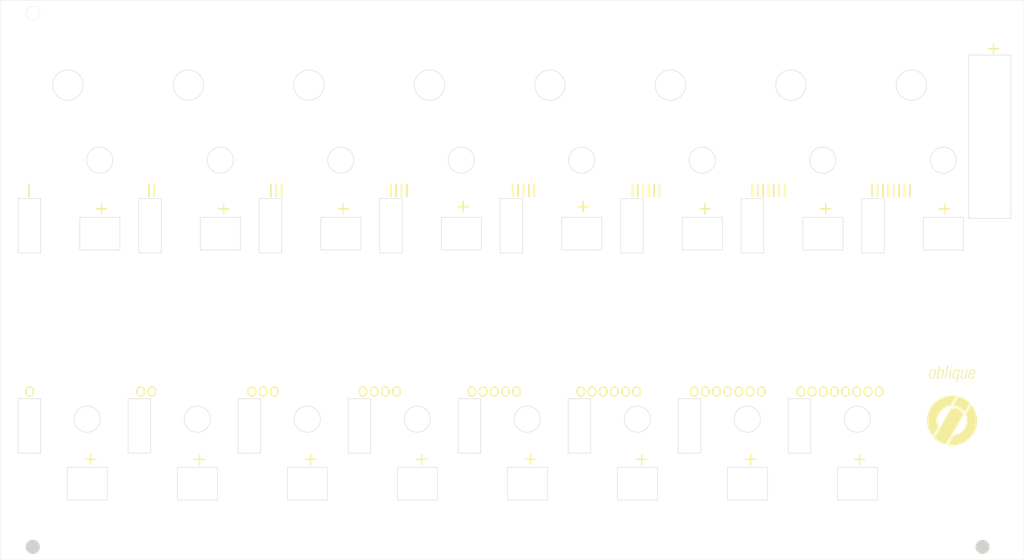
<source format=kicad_pcb>
(kicad_pcb (version 20240108) (generator "pcbnew") (generator_version "8.0")
  (layers (0 "F.Cu" signal) (31 "B.Cu" signal) (34 "B.Paste" user) (35 "F.Paste" user) (36 "B.SilkS" user "B.Silkscreen") (37 "F.SilkS" user "F.Silkscreen") (38 "B.Mask" user) (39 "F.Mask" user) (44 "Edge.Cuts" user))
  (net 0 "")
  (footprint "PCB silkscreen logotype" (layer "F.Cu") (at 251 114.5)
    (property "Reference" "G1" (hide yes))
    (property "Value" "LOGO" (hide yes))
    (fp_poly (pts (xy -0.051085 -1.911425) (xy -0.042964 -1.911374) (xy 0.104455 -1.910385) (xy 0.071806 -1.753548) (xy 0.039157 -1.596712) (xy -0.110417 -1.595724) (xy -0.259992 -1.594736) (xy -0.249462 -1.644853) (xy -0.245801 -1.66236) (xy -0.240956 -1.685656) (xy -0.235259 -1.713128) (xy -0.229047 -1.743162) (xy -0.222652 -1.774144) (xy -0.217165 -1.800788) (xy -0.211481 -1.828103) (xy -0.206177 -1.853003) (xy -0.201466 -1.874525) (xy -0.197564 -1.891707) (xy -0.194685 -1.903587) (xy -0.193045 -1.909204) (xy -0.19289 -1.909485) (xy -0.188678 -1.910097) (xy -0.177737 -1.910615) (xy -0.160894 -1.911028) (xy -0.138979 -1.911326) (xy -0.112821 -1.911498) (xy -0.083246 -1.911535)) (fill solid) (layer "F.SilkS"))
    (fp_poly (pts (xy -0.966789 -1.911494) (xy -0.95178 -1.911384) (xy -0.832895 -1.910385) (xy -1.146952 -0.400595) (xy -1.461009 1.109195) (xy -1.581316 1.110194) (xy -1.701623 1.111192) (xy -1.699293 1.096967) (xy -1.698216 1.091385) (xy -1.695671 1.078778) (xy -1.691722 1.059447) (xy -1.68643 1.033692) (xy -1.679859 1.001812) (xy -1.672071 0.964107) (xy -1.663128 0.920878) (xy -1.653092 0.872425) (xy -1.642027 0.819047) (xy -1.629995 0.761044) (xy -1.617058 0.698717) (xy -1.603278 0.632365) (xy -1.588719 0.562289) (xy -1.573443 0.488788) (xy -1.557513 0.412162) (xy -1.54099 0.332712) (xy -1.523937 0.250737) (xy -1.506417 0.166537) (xy -1.488493 0.080413) (xy -1.470227 -0.007337) (xy -1.45168 -0.09641) (xy -1.432917 -0.186509) (xy -1.414 -0.277332) (xy -1.39499 -0.36858) (xy -1.37595 -0.459953) (xy -1.356944 -0.551151) (xy -1.338033 -0.641873) (xy -1.31928 -0.73182) (xy -1.300747 -0.820693) (xy -1.282497 -0.90819) (xy -1.264593 -0.994011) (xy -1.247097 -1.077858) (xy -1.230071 -1.15943) (xy -1.213578 -1.238426) (xy -1.197681 -1.314548) (xy -1.182442 -1.387494) (xy -1.167923 -1.456966) (xy -1.154188 -1.522662) (xy -1.141298 -1.584283) (xy -1.129315 -1.64153) (xy -1.118304 -1.694101) (xy -1.108326 -1.741697) (xy -1.099443 -1.784019) (xy -1.091718 -1.820765) (xy -1.085214 -1.851637) (xy -1.079993 -1.876333) (xy -1.076117 -1.894555) (xy -1.07365 -1.906002) (xy -1.072653 -1.910374) (xy -1.072639 -1.91041) (xy -1.068513 -1.910863) (xy -1.057751 -1.911217) (xy -1.041276 -1.911465) (xy -1.020009 -1.911598) (xy -0.994873 -1.911611)) (fill solid) (layer "F.SilkS"))
    (fp_poly (pts (xy -0.115202 -0.992984) (xy -0.116075 -0.988841) (xy -0.118411 -0.977659) (xy -0.122136 -0.959798) (xy -0.127174 -0.93562) (xy -0.13345 -0.905486) (xy -0.140888 -0.869756) (xy -0.149415 -0.828792) (xy -0.158955 -0.782955) (xy -0.169432 -0.732605) (xy -0.180773 -0.678103) (xy -0.192901 -0.619811) (xy -0.205741 -0.558089) (xy -0.219219 -0.493299) (xy -0.23326 -0.425801) (xy -0.247788 -0.355956) (xy -0.262728 -0.284126) (xy -0.278006 -0.210671) (xy -0.293546 -0.135952) (xy -0.309273 -0.06033) (xy -0.325112 0.015834) (xy -0.340988 0.092179) (xy -0.356826 0.168343) (xy -0.372551 0.243967) (xy -0.388088 0.318688) (xy -0.403362 0.392147) (xy -0.418297 0.463982) (xy -0.432819 0.533832) (xy -0.446853 0.601336) (xy -0.460323 0.666133) (xy -0.473154 0.727863) (xy -0.485272 0.786164) (xy -0.496602 0.840675) (xy -0.507067 0.891035) (xy -0.516594 0.936884) (xy -0.525107 0.97786) (xy -0.532531 1.013603) (xy -0.538791 1.043751) (xy -0.543812 1.067944) (xy -0.547519 1.08582) (xy -0.549837 1.097019) (xy -0.550592 1.100692) (xy -0.552708 1.111085) (xy -0.67317 1.111085) (xy -0.702481 1.111053) (xy -0.729216 1.110964) (xy -0.752479 1.110825) (xy -0.771373 1.110643) (xy -0.785004 1.110427) (xy -0.792474 1.110185) (xy -0.793632 1.11004) (xy -0.792872 1.106301) (xy -0.790634 1.095456) (xy -0.786979 1.077799) (xy -0.781967 1.053624) (xy -0.77566 1.023225) (xy -0.768118 0.986895) (xy -0.759404 0.944928) (xy -0.749577 0.897619) (xy -0.738699 0.845262) (xy -0.726832 0.788149) (xy -0.714036 0.726576) (xy -0.700372 0.660836) (xy -0.685901 0.591223) (xy -0.670684 0.518031) (xy -0.654783 0.441554) (xy -0.638259 0.362085) (xy -0.621172 0.279919) (xy -0.603584 0.19535) (xy -0.585556 0.108671) (xy -0.574439 0.055222) (xy -0.556172 -0.032598) (xy -0.538309 -0.118489) (xy -0.520911 -0.202158) (xy -0.504038 -0.283309) (xy -0.487751 -0.36165) (xy -0.472112 -0.436886) (xy -0.457181 -0.508723) (xy -0.44302 -0.576866) (xy -0.42969 -0.641023) (xy -0.417252 -0.700898) (xy -0.405767 -0.756198) (xy -0.395296 -0.806629) (xy -0.385901 -0.851896) (xy -0.377641 -0.891706) (xy -0.370579 -0.925764) (xy -0.364775 -0.953777) (xy -0.360291 -0.975449) (xy -0.357187 -0.990489) (xy -0.355525 -0.9986) (xy -0.355245 -1.00002) (xy -0.351615 -1.000376) (xy -0.34132 -1.000701) (xy -0.325256 -1.000984) (xy -0.304316 -1.001215) (xy -0.279393 -1.001381) (xy -0.251384 -1.001473) (xy -0.234239 -1.001488) (xy -0.113232 -1.001488)) (fill solid) (layer "F.SilkS"))
    (fp_poly (pts (xy -4.238415 -1.040311) (xy -4.169394 -1.032073) (xy -4.105536 -1.018349) (xy -4.046853 -0.999148) (xy -3.993354 -0.974474) (xy -3.945053 -0.944336) (xy -3.901958 -0.908738) (xy -3.864083 -0.867687) (xy -3.831438 -0.82119) (xy -3.804033 -0.769253) (xy -3.794225 -0.74616) (xy -3.776713 -0.693462) (xy -3.763708 -0.635181) (xy -3.755232 -0.571817) (xy -3.751303 -0.50387) (xy -3.751942 -0.43184) (xy -3.757168 -0.356225) (xy -3.767003 -0.277527) (xy -3.773828 -0.2362) (xy -3.776821 -0.220123) (xy -3.781206 -0.197533) (xy -3.786802 -0.169305) (xy -3.793427 -0.136318) (xy -3.8009 -0.09945) (xy -3.809037 -0.059579) (xy -3.817659 -0.017583) (xy -3.826582 0.025661) (xy -3.835625 0.069275) (xy -3.844607 0.11238) (xy -3.853344 0.154099) (xy -3.861657 0.193554) (xy -3.869362 0.229867) (xy -3.876278 0.26216) (xy -3.882224 0.289555) (xy -3.887016 0.311175) (xy -3.888877 0.319343) (xy -3.914656 0.419096) (xy -3.944487 0.512594) (xy -3.978351 0.599814) (xy -4.016227 0.680736) (xy -4.058096 0.755339) (xy -4.103937 0.823601) (xy -4.153731 0.885501) (xy -4.207457 0.941018) (xy -4.265096 0.990132) (xy -4.326628 1.03282) (xy -4.392033 1.069062) (xy -4.461291 1.098837) (xy -4.534382 1.122123) (xy -4.611286 1.1389) (xy -4.670817 1.147131) (xy -4.70964 1.150181) (xy -4.752548 1.151732) (xy -4.796385 1.151762) (xy -4.837998 1.150248) (xy -4.86194 1.148466) (xy -4.92912 1.139143) (xy -4.991525 1.124186) (xy -5.049048 1.103671) (xy -5.101581 1.077678) (xy -5.149017 1.046285) (xy -5.191249 1.00957) (xy -5.228169 0.967612) (xy -5.25967 0.92049) (xy -5.285645 0.868281) (xy -5.300846 0.827645) (xy -5.31673 0.768613) (xy -5.327514 0.704221) (xy -5.333195 0.634689) (xy -5.333589 0.583823) (xy -5.078929 0.583823) (xy -5.076527 0.633514) (xy -5.07138 0.678621) (xy -5.068569 0.695384) (xy -5.056436 0.746152) (xy -5.03972 0.791041) (xy -5.018244 0.83021) (xy -4.991831 0.86382) (xy -4.960302 0.892031) (xy -4.923481 0.915004) (xy -4.881189 0.932899) (xy -4.833249 0.945876) (xy -4.782577 0.953768) (xy -4.764451 0.954842) (xy -4.74093 0.954928) (xy -4.714097 0.954138) (xy -4.686036 0.952582) (xy -4.658828 0.950372) (xy -4.634558 0.947621) (xy -4.61784 0.944948) (xy -4.562377 0.931157) (xy -4.510846 0.911883) (xy -4.462936 0.886868) (xy -4.418334 0.855852) (xy -4.376729 0.81858) (xy -4.337808 0.774792) (xy -4.30126 0.72423) (xy -4.266772 0.666637) (xy -4.255363 0.645221) (xy -4.232991 0.599164) (xy -4.21139 0.54881) (xy -4.190441 0.493761) (xy -4.170024 0.433618) (xy -4.150017 0.367982) (xy -4.130301 0.296455) (xy -4.110754 0.218639) (xy -4.091258 0.134135) (xy -4.071691 0.042544) (xy -4.06821 0.025556) (xy -4.050371 -0.065958) (xy -4.035533 -0.150819) (xy -4.023692 -0.229307) (xy -4.014847 -0.301706) (xy -4.008994 -0.368297) (xy -4.006131 -0.429364) (xy -4.006256 -0.485187) (xy -4.009366 -0.536049) (xy -4.015459 -0.582232) (xy -4.024532 -0.62402) (xy -4.036583 -0.661693) (xy -4.05161 -0.695534) (xy -4.061724 -0.713578) (xy -4.087226 -0.748403) (xy -4.118205 -0.77804) (xy -4.154607 -0.802456) (xy -4.196382 -0.821617) (xy -4.243476 -0.835488) (xy -4.253582 -0.837635) (xy -4.277984 -0.841222) (xy -4.307745 -0.843586) (xy -4.340767 -0.84473) (xy -4.374951 -0.844653) (xy -4.408199 -0.843357) (xy -4.438412 -0.840843) (xy -4.461345 -0.837526) (xy -4.516953 -0.824258) (xy -4.567703 -0.806053) (xy -4.614854 -0.782415) (xy -4.639298 -0.767192) (xy -4.658742 -0.752666) (xy -4.680954 -0.733522) (xy -4.704362 -0.71133) (xy -4.727393 -0.687662) (xy -4.748475 -0.664086) (xy -4.766036 -0.642174) (xy -4.770113 -0.636543) (xy -4.795901 -0.597466) (xy -4.820424 -0.555172) (xy -4.843825 -0.509246) (xy -4.866246 -0.459274) (xy -4.887829 -0.404841) (xy -4.908716 -0.345532) (xy -4.92905 -0.280933) (xy -4.948972 -0.210629) (xy -4.968625 -0.134205) (xy -4.988151 -0.051248) (xy -5.007692 0.038659) (xy -5.016769 0.082679) (xy -5.034286 0.172776) (xy -5.048883 0.25621) (xy -5.060583 0.333278) (xy -5.069413 0.404275) (xy -5.075397 0.469501) (xy -5.078561 0.529251) (xy -5.078929 0.583823) (xy -5.333589 0.583823) (xy -5.333772 0.560236) (xy -5.329241 0.481084) (xy -5.319601 0.397451) (xy -5.306352 0.317453) (xy -5.302803 0.299069) (xy -5.297881 0.274265) (xy -5.291784 0.243997) (xy -5.284712 0.209223) (xy -5.276863 0.1709) (xy -5.268438 0.129986) (xy -5.259634 0.087439) (xy -5.250651 0.044215) (xy -5.241689 0.001272) (xy -5.232946 -0.040433) (xy -5.224622 -0.079942) (xy -5.216915 -0.116298) (xy -5.210026 -0.148543) (xy -5.204152 -0.17572) (xy -5.199494 -0.196872) (xy -5.197868 -0.204077) (xy -5.172316 -0.304021) (xy -5.142692 -0.397777) (xy -5.10903 -0.485313) (xy -5.071364 -0.566599) (xy -5.029725 -0.641602) (xy -4.984148 -0.710292) (xy -4.934666 -0.772637) (xy -4.88131 -0.828605) (xy -4.824116 -0.878166) (xy -4.763115 -0.921287) (xy -4.698341 -0.957938) (xy -4.629826 -0.988088) (xy -4.557605 -1.011704) (xy -4.48171 -1.028756) (xy -4.402174 -1.039211) (xy -4.31903 -1.04304) (xy -4.312588 -1.043059)) (fill solid) (layer "F.SilkS"))
    (fp_poly (pts (xy 4.832856 -1.040417) (xy 4.878951 -1.038317) (xy 4.920357 -1.034611) (xy 4.958459 -1.029113) (xy 4.994641 -1.021632) (xy 5.030289 -1.011981) (xy 5.056503 -1.003548) (xy 5.100516 -0.986558) (xy 5.138935 -0.9672) (xy 5.173618 -0.944382) (xy 5.206421 -0.917014) (xy 5.211037 -0.912693) (xy 5.242246 -0.879223) (xy 5.268931 -0.84213) (xy 5.291166 -0.80109) (xy 5.309024 -0.755775) (xy 5.322581 -0.705862) (xy 5.33191 -0.651023) (xy 5.337086 -0.590932) (xy 5.338183 -0.525265) (xy 5.335276 -0.453695) (xy 5.330034 -0.391147) (xy 5.325875 -0.353587) (xy 5.320719 -0.313838) (xy 5.314428 -0.271065) (xy 5.306867 -0.224431) (xy 5.297898 -0.173103) (xy 5.287387 -0.116244) (xy 5.275195 -0.053019) (xy 5.273131 -0.042516) (xy 5.243906 0.105818) (xy 4.654018 0.105818) (xy 4.064129 0.105818) (xy 4.057965 0.136996) (xy 4.055043 0.151596) (xy 4.051008 0.171501) (xy 4.046289 0.194615) (xy 4.041311 0.218843) (xy 4.038508 0.232421) (xy 4.028585 0.281745) (xy 4.020533 0.325164) (xy 4.014185 0.364051) (xy 4.009375 0.39978) (xy 4.005938 0.433724) (xy 4.003709 0.467257) (xy 4.002522 0.501754) (xy 4.002208 0.533698) (xy 4.003507 0.588749) (xy 4.007606 0.637888) (xy 4.014723 0.682307) (xy 4.025076 0.723196) (xy 4.038883 0.761747) (xy 4.04731 0.780863) (xy 4.070609 0.822296) (xy 4.099023 0.858229) (xy 4.132412 0.888595) (xy 4.170636 0.913326) (xy 4.213554 0.932354) (xy 4.261027 0.945611) (xy 4.312914 0.953031) (xy 4.369075 0.954545) (xy 4.403537 0.952691) (xy 4.467133 0.944914) (xy 4.525487 0.932189) (xy 4.579337 0.91419) (xy 4.629424 0.890591) (xy 4.676485 0.861066) (xy 4.721258 0.825288) (xy 4.746822 0.801194) (xy 4.781042 0.764032) (xy 4.810727 0.724852) (xy 4.837325 0.681603) (xy 4.854565 0.648455) (xy 4.866982 0.620913) (xy 4.879397 0.589593) (xy 4.890946 0.55696) (xy 4.900769 0.52548) (xy 4.908005 0.497619) (xy 4.909159 0.492241) (xy 4.913992 0.468621) (xy 5.040079 0.468621) (xy 5.070092 0.468686) (xy 5.09755 0.468872) (xy 5.121576 0.469162) (xy 5.141295 0.469542) (xy 5.15583 0.469994) (xy 5.164306 0.470503) (xy 5.166166 0.470891) (xy 5.165013 0.476862) (xy 5.161856 0.488545) (xy 5.157145 0.504504) (xy 5.151332 0.523302) (xy 5.144869 0.543505) (xy 5.138206 0.563674) (xy 5.131795 0.582375) (xy 5.126627 0.596723) (xy 5.093828 0.676602) (xy 5.057263 0.749959) (xy 5.016833 0.81688) (xy 4.972442 0.877454) (xy 4.923991 0.931765) (xy 4.871382 0.979901) (xy 4.814518 1.021948) (xy 4.753301 1.057993) (xy 4.687632 1.088123) (xy 4.617415 1.112425) (xy 4.54255 1.130985) (xy 4.518033 1.135648) (xy 4.467485 1.143033) (xy 4.412617 1.148267) (xy 4.355791 1.151267) (xy 4.299366 1.151947) (xy 4.245703 1.150225) (xy 4.204359 1.146845) (xy 4.134725 1.136535) (xy 4.070947 1.121476) (xy 4.012955 1.101606) (xy 3.960676 1.076866) (xy 3.914039 1.047193) (xy 3.872972 1.012528) (xy 3.837404 0.972809) (xy 3.807264 0.927977) (xy 3.78248 0.87797) (xy 3.76298 0.822727) (xy 3.748693 0.762188) (xy 3.748223 0.759619) (xy 3.745296 0.741806) (xy 3.743142 0.724197) (xy 3.741649 0.705124) (xy 3.74071 0.682921) (xy 3.740216 0.65592) (xy 3.740081 0.634906) (xy 3.740238 0.598909) (xy 3.741091 0.567575) (xy 3.742831 0.538612) (xy 3.745649 0.509725) (xy 3.749737 0.478622) (xy 3.755286 0.443009) (xy 3.756891 0.43333) (xy 3.759042 0.421422) (xy 3.762604 0.402873) (xy 3.767419 0.378438) (xy 3.773332 0.348869) (xy 3.780187 0.314921) (xy 3.787827 0.277348) (xy 3.796097 0.236903) (xy 3.80484 0.194341) (xy 3.813901 0.150414) (xy 3.823123 0.105877) (xy 3.832351 0.061484) (xy 3.841428 0.017988) (xy 3.850198 -0.023857) (xy 3.858505 -0.063296) (xy 3.865569 -0.096628) (xy 4.10799 -0.096628) (xy 4.108492 -0.095743) (xy 4.110256 -0.094953) (xy 4.113667 -0.094253) (xy 4.119109 -0.093638) (xy 4.126967 -0.093105) (xy 4.137626 -0.09265) (xy 4.151472 -0.092267) (xy 4.168889 -0.091955) (xy 4.190262 -0.091707) (xy 4.215976 -0.09152) (xy 4.246417 -0.091391) (xy 4.281968 -0.091314) (xy 4.323015 -0.091286) (xy 4.369943 -0.091302) (xy 4.423136 -0.091359) (xy 4.482981 -0.091453) (xy 4.549861 -0.091579) (xy 4.575576 -0.091631) (xy 5.043163 -0.09259) (xy 5.05537 -0.154947) (xy 5.07051 -0.239007) (xy 5.081753 -0.31674) (xy 5.089095 -0.388303) (xy 5.092528 -0.45385) (xy 5.092047 -0.513536) (xy 5.087646 -0.567516) (xy 5.079318 -0.615945) (xy 5.067057 -0.658979) (xy 5.050856 -0.696771) (xy 5.032356 -0.7272) (xy 5.004735 -0.759682) (xy 4.972024 -0.786748) (xy 4.933995 -0.808564) (xy 4.906892 -0.819801) (xy 4.865939 -0.831682) (xy 4.819929 -0.839898) (xy 4.770411 -0.844456) (xy 4.718933 -0.845365) (xy 4.667044 -0.842634) (xy 4.616291 -0.836272) (xy 4.568224 -0.826287) (xy 4.538818 -0.817748) (xy 4.490091 -0.798687) (xy 4.44457 -0.774491) (xy 4.402097 -0.744938) (xy 4.362511 -0.709805) (xy 4.325653 -0.668871) (xy 4.291361 -0.621912) (xy 4.259477 -0.568707) (xy 4.229841 -0.509033) (xy 4.202291 -0.442668) (xy 4.176669 -0.369389) (xy 4.152813 -0.288973) (xy 4.149508 -0.276769) (xy 4.142853 -0.251372) (xy 4.136094 -0.224597) (xy 4.129496 -0.197597) (xy 4.123325 -0.171529) (xy 4.117849 -0.147549) (xy 4.113333 -0.126811) (xy 4.110043 -0.11047) (xy 4.108246 -0.099683) (xy 4.10799 -0.096628) (xy 3.865569 -0.096628) (xy 3.866194 -0.099577) (xy 3.873108 -0.131946) (xy 3.87909 -0.159648) (xy 3.883986 -0.18193) (xy 3.887285 -0.196518) (xy 3.913522 -0.298474) (xy 3.943524 -0.393876) (xy 3.977289 -0.482724) (xy 4.014818 -0.565018) (xy 4.056111 -0.640758) (xy 4.101168 -0.709943) (xy 4.149988 -0.772574) (xy 4.202572 -0.828651) (xy 4.258919 -0.878173) (xy 4.31903 -0.921141) (xy 4.382904 -0.957553) (xy 4.450541 -0.987411) (xy 4.521942 -1.010715) (xy 4.567162 -1.021672) (xy 4.596543 -1.027647) (xy 4.622814 -1.0323) (xy 4.64765 -1.035785) (xy 4.672728 -1.038254) (xy 4.699725 -1.039859) (xy 4.730317 -1.040753) (xy 4.766179 -1.041088) (xy 4.780687 -1.041102)) (fill solid) (layer "F.SilkS"))
    (fp_poly (pts (xy 2.545338 -0.992984) (xy 2.543551 -0.984909) (xy 2.540356 -0.969981) (xy 2.535842 -0.948633) (xy 2.530098 -0.9213) (xy 2.523215 -0.888417) (xy 2.515282 -0.850419) (xy 2.506389 -0.807741) (xy 2.496626 -0.760816) (xy 2.486083 -0.71008) (xy 2.474849 -0.655968) (xy 2.463015 -0.598913) (xy 2.450669 -0.53935) (xy 2.437903 -0.477715) (xy 2.424805 -0.414442) (xy 2.411466 -0.349966) (xy 2.397976 -0.28472) (xy 2.384423 -0.21914) (xy 2.370898 -0.153661) (xy 2.357492 -0.088716) (xy 2.344292 -0.024742) (xy 2.33139 0.037829) (xy 2.318875 0.09856) (xy 2.306838 0.157018) (xy 2.295366 0.212767) (xy 2.284552 0.265374) (xy 2.274484 0.314403) (xy 2.265252 0.35942) (xy 2.256946 0.39999) (xy 2.249656 0.435679) (xy 2.243471 0.466051) (xy 2.238482 0.490673) (xy 2.234777 0.509109) (xy 2.232448 0.520925) (xy 2.231637 0.525309) (xy 2.224849 0.581226) (xy 2.222419 0.635861) (xy 2.22426 0.688226) (xy 2.230283 0.737334) (xy 2.2404 0.782197) (xy 2.254524 0.821829) (xy 2.258867 0.831205) (xy 2.274111 0.856346) (xy 2.294408 0.881088) (xy 2.317726 0.903327) (xy 2.342034 0.920956) (xy 2.349475 0.925167) (xy 2.373425 0.936355) (xy 2.397351 0.944395) (xy 2.423088 0.949656) (xy 2.452471 0.952511) (xy 2.487335 0.953331) (xy 2.488603 0.953328) (xy 2.548992 0.949937) (xy 2.606386 0.940045) (xy 2.661329 0.923443) (xy 2.714366 0.899927) (xy 2.766041 0.869289) (xy 2.816899 0.831323) (xy 2.822142 0.826963) (xy 2.86128 0.790542) (xy 2.898884 0.748694) (xy 2.933961 0.702887) (xy 2.965518 0.654587) (xy 2.992561 0.605259) (xy 3.014098 0.556372) (xy 3.023319 0.529939) (xy 3.025243 0.522557) (xy 3.028615 0.50815) (xy 3.033355 0.487097) (xy 3.039383 0.459774) (xy 3.046619 0.42656) (xy 3.054981 0.387831) (xy 3.06439 0.343967) (xy 3.074766 0.295343) (xy 3.086027 0.242338) (xy 3.098094 0.18533) (xy 3.110886 0.124695) (xy 3.124323 0.060812) (xy 3.138325 -0.005941) (xy 3.152811 -0.075188) (xy 3.1677 -0.14655) (xy 3.182913 -0.21965) (xy 3.18596 -0.23431) (xy 3.20115 -0.307427) (xy 3.215965 -0.378727) (xy 3.230328 -0.447842) (xy 3.244164 -0.514407) (xy 3.257396 -0.578056) (xy 3.269947 -0.638421) (xy 3.281743 -0.695138) (xy 3.292705 -0.747839) (xy 3.302759 -0.796158) (xy 3.311828 -0.83973) (xy 3.319835 -0.878187) (xy 3.326706 -0.911164) (xy 3.332362 -0.938295) (xy 3.336729 -0.959212) (xy 3.33973 -0.97355) (xy 3.341289 -0.980942) (xy 3.341441 -0.981647) (xy 3.345794 -1.001488) (xy 3.466537 -1.001488) (xy 3.58728 -1.001488) (xy 3.585219 -0.992984) (xy 3.584252 -0.988475) (xy 3.581829 -0.976961) (xy 3.578027 -0.958801) (xy 3.572918 -0.934354) (xy 3.566579 -0.903979) (xy 3.559082 -0.868035) (xy 3.550505 -0.826881) (xy 3.540919 -0.780876) (xy 3.530402 -0.730379) (xy 3.519026 -0.675748) (xy 3.506867 -0.617344) (xy 3.494 -0.555524) (xy 3.480498 -0.490648) (xy 3.466438 -0.423075) (xy 3.451892 -0.353163) (xy 3.436936 -0.281272) (xy 3.421645 -0.20776) (xy 3.406094 -0.132988) (xy 3.390356 -0.057312) (xy 3.374506 0.018907) (xy 3.358619 0.09531) (xy 3.342771 0.171539) (xy 3.327034 0.247235) (xy 3.311485 0.322038) (xy 3.296197 0.39559) (xy 3.281246 0.467532) (xy 3.266706 0.537505) (xy 3.252651 0.605149) (xy 3.239156 0.670107) (xy 3.226296 0.732018) (xy 3.214146 0.790524) (xy 3.20278 0.845266) (xy 3.192273 0.895885) (xy 3.182699 0.942022) (xy 3.174133 0.983318) (xy 3.166649 1.019415) (xy 3.160324 1.049952) (xy 3.15523 1.074572) (xy 3.151442 1.092915) (xy 3.149036 1.104622) (xy 3.148086 1.109334) (xy 3.148073 1.109414) (xy 3.144455 1.109851) (xy 3.134243 1.110244) (xy 3.118402 1.11058) (xy 3.097898 1.110842) (xy 3.073694 1.111016) (xy 3.046756 1.111084) (xy 3.044145 1.111085) (xy 3.01297 1.110958) (xy 2.98657 1.110589) (xy 2.965538 1.110001) (xy 2.95047 1.109213) (xy 2.941957 1.108245) (xy 2.940217 1.107489) (xy 2.940964 1.103004) (xy 2.943077 1.092078) (xy 2.946361 1.075667) (xy 2.950624 1.054726) (xy 2.955671 1.030211) (xy 2.961311 1.003076) (xy 2.962892 0.995507) (xy 2.968665 0.967741) (xy 2.973897 0.942252) (xy 2.978392 0.920015) (xy 2.981956 0.902001) (xy 2.984396 0.889185) (xy 2.985516 0.882541) (xy 2.985567 0.881947) (xy 2.983847 0.877347) (xy 2.978484 0.877833) (xy 2.969173 0.883588) (xy 2.955611 0.894798) (xy 2.939103 0.910099) (xy 2.878326 0.964666) (xy 2.817082 1.012428) (xy 2.755717 1.053134) (xy 2.700238 1.083743) (xy 2.639892 1.109749) (xy 2.57578 1.129775) (xy 2.508991 1.143639) (xy 2.440611 1.151156) (xy 2.371727 1.152143) (xy 2.318539 1.148282) (xy 2.260466 1.138715) (xy 2.207518 1.123612) (xy 2.15973 1.103006) (xy 2.117138 1.076931) (xy 2.079778 1.045417) (xy 2.047686 1.008498) (xy 2.020898 0.966207) (xy 1.999449 0.918575) (xy 1.983376 0.865636) (xy 1.977698 0.838983) (xy 1.975087 0.819864) (xy 1.973093 0.79488) (xy 1.971728 0.765697) (xy 1.971004 0.733984) (xy 1.970934 0.701409) (xy 1.971529 0.669639) (xy 1.972802 0.640343) (xy 1.974764 0.615188) (xy 1.976009 0.604672) (xy 1.976965 0.597817) (xy 1.977977 0.590864) (xy 1.97911 0.583504) (xy 1.980425 0.575427) (xy 1.981987 0.566322) (xy 1.983857 0.555878) (xy 1.9861 0.543786) (xy 1.988778 0.529734) (xy 1.991954 0.513413) (xy 1.995691 0.494513) (xy 2.000053 0.472722) (xy 2.005103 0.44773) (xy 2.010903 0.419228) (xy 2.017516 0.386905) (xy 2.025006 0.350449) (xy 2.033436 0.309552) (xy 2.042869 0.263903) (xy 2.053367 0.21319) (xy 2.064994 0.157105) (xy 2.077814 0.095336) (xy 2.091888 0.027573) (xy 2.10728 -0.046494) (xy 2.124054 -0.127175) (xy 2.142272 -0.214782) (xy 2.152528 -0.264099) (xy 2.167746 -0.337277) (xy 2.182549 -0.408471) (xy 2.196863 -0.477329) (xy 2.210615 -0.543498) (xy 2.223733 -0.606627) (xy 2.236143 -0.666362) (xy 2.247772 -0.722352) (xy 2.258546 -0.774243) (xy 2.268393 -0.821684) (xy 2.277239 -0.864321) (xy 2.285012 -0.901804) (xy 2.291637 -0.933778) (xy 2.297043 -0.959892) (xy 2.301155 -0.979793) (xy 2.303901 -0.993129) (xy 2.305208 -0.999548) (xy 2.305312 -1.000098) (xy 2.308942 -1.000436) (xy 2.319236 -1.000743) (xy 2.335301 -1.001011) (xy 2.356241 -1.001229) (xy 2.381163 -1.001387) (xy 2.409173 -1.001474) (xy 2.426318 -1.001488) (xy 2.547324 -1.001488)) (fill solid) (layer "F.SilkS"))
    (fp_poly (pts (xy -2.726291 -1.899857) (xy -2.727317 -1.894791) (xy -2.729797 -1.882739) (xy -2.733645 -1.864116) (xy -2.738777 -1.839336) (xy -2.745104 -1.808813) (xy -2.752543 -1.772962) (xy -2.761005 -1.732196) (xy -2.770407 -1.686931) (xy -2.78066 -1.637581) (xy -2.791681 -1.584559) (xy -2.803381 -1.52828) (xy -2.815676 -1.469158) (xy -2.828479 -1.407607) (xy -2.841705 -1.344043) (xy -2.845346 -1.326547) (xy -2.858623 -1.262658) (xy -2.871449 -1.200758) (xy -2.883743 -1.141255) (xy -2.895421 -1.084554) (xy -2.906401 -1.031063) (xy -2.916601 -0.98119) (xy -2.925937 -0.93534) (xy -2.934328 -0.89392) (xy -2.94169 -0.857338) (xy -2.947942 -0.826) (xy -2.952999 -0.800313) (xy -2.956781 -0.780685) (xy -2.959204 -0.767522) (xy -2.960185 -0.76123) (xy -2.960188 -0.760747) (xy -2.957027 -0.756666) (xy -2.951989 -0.757518) (xy -2.944373 -0.763741) (xy -2.933474 -0.775769) (xy -2.930769 -0.778993) (xy -2.894035 -0.819362) (xy -2.851964 -0.858999) (xy -2.806313 -0.896515) (xy -2.758837 -0.930521) (xy -2.71129 -0.959628) (xy -2.685121 -0.973353) (xy -2.631693 -0.996962) (xy -2.578104 -1.015234) (xy -2.522821 -1.028528) (xy -2.464308 -1.037203) (xy -2.40103 -1.04162) (xy -2.392233 -1.041904) (xy -2.322629 -1.041229) (xy -2.25827 -1.035116) (xy -2.199145 -1.023556) (xy -2.145243 -1.006541) (xy -2.096552 -0.984062) (xy -2.053061 -0.956112) (xy -2.014757 -0.922683) (xy -1.98163 -0.883766) (xy -1.953668 -0.839353) (xy -1.930858 -0.789435) (xy -1.913191 -0.734005) (xy -1.904752 -0.696548) (xy -1.896528 -0.640106) (xy -1.892428 -0.577503) (xy -1.892449 -0.50891) (xy -1.896588 -0.4345) (xy -1.904843 -0.354442) (xy -1.910595 -0.311784) (xy -1.915101 -0.283133) (xy -1.921196 -0.248129) (xy -1.928669 -0.207759) (xy -1.937312 -0.163009) (xy -1.946914 -0.114869) (xy -1.957266 -0.064325) (xy -1.968159 -0.012364) (xy -1.979383 0.040024) (xy -1.990728 0.091854) (xy -2.001984 0.142137) (xy -2.012943 0.189886) (xy -2.023395 0.234114) (xy -2.033129 0.273832) (xy -2.041937 0.308053) (xy -2.042932 0.311784) (xy -2.07266 0.414812) (xy -2.104731 0.510718) (xy -2.139216 0.599588) (xy -2.176185 0.681507) (xy -2.215709 0.756562) (xy -2.257858 0.82484) (xy -2.302703 0.886425) (xy -2.350313 0.941404) (xy -2.400759 0.989863) (xy -2.454111 1.031889) (xy -2.510439 1.067567) (xy -2.569815 1.096983) (xy -2.632308 1.120223) (xy -2.697988 1.137374) (xy -2.721024 1.141827) (xy -2.744707 1.145155) (xy -2.773424 1.147839) (xy -2.805187 1.149815) (xy -2.838009 1.151017) (xy -2.869902 1.151379) (xy -2.898879 1.150836) (xy -2.922951 1.149323) (xy -2.92888 1.148675) (xy -2.989402 1.138534) (xy -3.044283 1.123709) (xy -3.093972 1.10399) (xy -3.138921 1.079168) (xy -3.17958 1.049033) (xy -3.214037 1.015949) (xy -3.24083 0.982818) (xy -3.265154 0.944565) (xy -3.285653 0.903544) (xy -3.299122 0.868064) (xy -3.303838 0.857813) (xy -3.30919 0.854767) (xy -3.309773 0.854845) (xy -3.311775 0.856695) (xy -3.314168 0.861936) (xy -3.317108 0.871176) (xy -3.320746 0.885024) (xy -3.325236 0.90409) (xy -3.330733 0.928981) (xy -3.337389 0.960306) (xy -3.342232 0.983546) (xy -3.368663 1.111085) (xy -3.492679 1.111085) (xy -3.522435 1.111035) (xy -3.549629 1.110893) (xy -3.573376 1.11067) (xy -3.592794 1.11038) (xy -3.607 1.110035) (xy -3.61511 1.109646) (xy -3.616694 1.109373) (xy -3.615446 1.105391) (xy -3.612032 1.095705) (xy -3.606944 1.081688) (xy -3.600676 1.06471) (xy -3.599364 1.061188) (xy -3.586613 1.026215) (xy -3.57629 0.995969) (xy -3.567715 0.968286) (xy -3.560208 0.941005) (xy -3.555043 0.920235) (xy -3.553621 0.913809) (xy -3.550715 0.900247) (xy -3.546383 0.879812) (xy -3.540679 0.85277) (xy -3.533658 0.819385) (xy -3.525375 0.779919) (xy -3.515885 0.734639) (xy -3.505244 0.683808) (xy -3.493507 0.627689) (xy -3.480728 0.566548) (xy -3.466964 0.500649) (xy -3.46571 0.494641) (xy -3.202775 0.494641) (xy -3.202681 0.542724) (xy -3.200933 0.589891) (xy -3.19759 0.634449) (xy -3.192709 0.67471) (xy -3.18741 0.704213) (xy -3.173537 0.754384) (xy -3.154728 0.799416) (xy -3.131171 0.839073) (xy -3.103054 0.873116) (xy -3.070562 0.901308) (xy -3.033883 0.923412) (xy -3.005781 0.935147) (xy -2.96132 0.947154) (xy -2.912306 0.953856) (xy -2.859651 0.95517) (xy -2.815504 0.952287) (xy -2.754028 0.94306) (xy -2.697018 0.92846) (xy -2.644211 0.908278) (xy -2.595348 0.882302) (xy -2.550165 0.850325) (xy -2.508403 0.812135) (xy -2.4698 0.767522) (xy -2.434096 0.716278) (xy -2.401028 0.658192) (xy -2.371395 0.595509) (xy -2.352568 0.548577) (xy -2.333609 0.494377) (xy -2.314506 0.432858) (xy -2.295243 0.36397) (xy -2.275806 0.287661) (xy -2.256181 0.20388) (xy -2.243339 0.145499) (xy -2.226996 0.068595) (xy -2.212492 -0.001545) (xy -2.199744 -0.065467) (xy -2.188666 -0.123718) (xy -2.179177 -0.176842) (xy -2.171191 -0.225386) (xy -2.164626 -0.269896) (xy -2.159397 -0.310917) (xy -2.15542 -0.348996) (xy -2.152613 -0.384678) (xy -2.15089 -0.41851) (xy -2.150169 -0.451037) (xy -2.150137 -0.46186) (xy -2.150862 -0.507475) (xy -2.153009 -0.546907) (xy -2.156806 -0.581435) (xy -2.162477 -0.612339) (xy -2.17025 -0.6409) (xy -2.180349 -0.668396) (xy -2.190666 -0.691338) (xy -2.211639 -0.726506) (xy -2.238499 -0.7583) (xy -2.269935 -0.785371) (xy -2.30012 -0.804097) (xy -2.338821 -0.820653) (xy -2.382694 -0.833281) (xy -2.430299 -0.841715) (xy -2.480197 -0.845691) (xy -2.524505 -0.845311) (xy -2.579016 -0.839109) (xy -2.631033 -0.826061) (xy -2.680834 -0.806035) (xy -2.728701 -0.778903) (xy -2.774912 -0.744533) (xy -2.810228 -0.712379) (xy -2.854556 -0.663925) (xy -2.896542 -0.608285) (xy -2.936187 -0.545459) (xy -2.97349 -0.475448) (xy -3.008452 -0.398252) (xy -3.041072 -0.313872) (xy -3.071349 -0.222308) (xy -3.099284 -0.12356) (xy -3.121179 -0.034013) (xy -3.135138 0.029245) (xy -3.148367 0.093419) (xy -3.160643 0.157239) (xy -3.171743 0.219433) (xy -3.181443 0.27873) (xy -3.189522 0.33386) (xy -3.195756 0.383552) (xy -3.197769 0.402485) (xy -3.201157 0.447331) (xy -3.202775 0.494641) (xy -3.46571 0.494641) (xy -3.452269 0.430255) (xy -3.436698 0.355632) (xy -3.420307 0.277042) (xy -3.403151 0.194751) (xy -3.385284 0.109022) (xy -3.366762 0.02012) (xy -3.347641 -0.071692) (xy -3.327975 -0.166148) (xy -3.307819 -0.262985) (xy -3.287229 -0.361939) (xy -3.26626 -0.462745) (xy -3.25541 -0.514916) (xy -2.964823 -1.912275) (xy -2.844393 -1.912275) (xy -2.723962 -1.912275)) (fill solid) (layer "F.SilkS"))
    (fp_poly (pts (xy 1.060065 -1.041734) (xy 1.124208 -1.036792) (xy 1.182928 -1.0267) (xy 1.236421 -1.011363) (xy 1.284882 -0.990687) (xy 1.328508 -0.964576) (xy 1.367495 -0.932937) (xy 1.402038 -0.895675) (xy 1.423778 -0.866047) (xy 1.437715 -0.843189) (xy 1.451325 -0.817369) (xy 1.463494 -0.790972) (xy 1.473105 -0.766378) (xy 1.478103 -0.750006) (xy 1.482384 -0.738187) (xy 1.487678 -0.730761) (xy 1.492932 -0.728979) (xy 1.494807 -0.730149) (xy 1.495947 -0.734118) (xy 1.498423 -0.744633) (xy 1.502047 -0.760838) (xy 1.506632 -0.781875) (xy 1.511991 -0.806888) (xy 1.517937 -0.835019) (xy 1.52317 -0.860053) (xy 1.529493 -0.890376) (xy 1.535394 -0.91852) (xy 1.54068 -0.943586) (xy 1.545162 -0.964672) (xy 1.548647 -0.980878) (xy 1.550944 -0.991303) (xy 1.551798 -0.994874) (xy 1.55279 -0.996687) (xy 1.555088 -0.998137) (xy 1.559457 -0.999263) (xy 1.566667 -1.000106) (xy 1.577483 -1.000706) (xy 1.592675 -1.001104) (xy 1.613008 -1.00134) (xy 1.639252 -1.001454) (xy 1.672172 -1.001487) (xy 1.677664 -1.001488) (xy 1.801568 -1.001488) (xy 1.779069 -0.940076) (xy 1.770496 -0.915917) (xy 1.761913 -0.890406) (xy 1.754108 -0.865967) (xy 1.747863 -0.845022) (xy 1.745696 -0.837092) (xy 1.744125 -0.83033) (xy 1.741075 -0.816438) (xy 1.736602 -0.795687) (xy 1.730763 -0.768347) (xy 1.723616 -0.734688) (xy 1.715216 -0.694982) (xy 1.70562 -0.649499) (xy 1.694885 -0.598509) (xy 1.683069 -0.542284) (xy 1.670226 -0.481093) (xy 1.656415 -0.415209) (xy 1.641691 -0.3449) (xy 1.626112 -0.270438) (xy 1.609734 -0.192093) (xy 1.592614 -0.110137) (xy 1.574809 -0.024839) (xy 1.556375 0.06353) (xy 1.537369 0.154699) (xy 1.517847 0.248397) (xy 1.497868 0.344355) (xy 1.477486 0.4423) (xy 1.456759 0.541963) (xy 1.455114 0.549874) (xy 1.434443 0.649296) (xy 1.414159 0.746857) (xy 1.394314 0.842294) (xy 1.374965 0.935344) (xy 1.356165 1.025747) (xy 1.337969 1.11324) (xy 1.320431 1.197561) (xy 1.303606 1.278449) (xy 1.287549 1.35564) (xy 1.272313 1.428874) (xy 1.257954 1.497888) (xy 1.244526 1.56242) (xy 1.232084 1.622209) (xy 1.220682 1.676991) (xy 1.210374 1.726506) (xy 1.201215 1.770492) (xy 1.193259 1.808686) (xy 1.186562 1.840826) (xy 1.181177 1.86665) (xy 1.177159 1.885897) (xy 1.174563 1.898305) (xy 1.173443 1.903611) (xy 1.173407 1.903772) (xy 1.171408 1.912275) (xy 1.050141 1.912275) (xy 1.015401 1.912217) (xy 0.987595 1.912025) (xy 0.966095 1.911675) (xy 0.950279 1.911142) (xy 0.93952 1.910401) (xy 0.933194 1.909428) (xy 0.930676 1.908198) (xy 0.930619 1.907551) (xy 0.931583 1.903352) (xy 0.933993 1.892178) (xy 0.937762 1.874453) (xy 0.9428 1.850603) (xy 0.949017 1.821053) (xy 0.956326 1.786227) (xy 0.964637 1.746551) (xy 0.973861 1.70245) (xy 0.983909 1.654349) (xy 0.994693 1.602673) (xy 1.006122 1.547848) (xy 1.018108 1.490298) (xy 1.030563 1.430448) (xy 1.039422 1.387846) (xy 1.055683 1.309517) (xy 1.070404 1.238369) (xy 1.083627 1.174195) (xy 1.095393 1.116786) (xy 1.105744 1.065933) (xy 1.11472 1.021426) (xy 1.122364 0.983058) (xy 1.128717 0.950619) (xy 1.13382 0.9239) (xy 1.137714 0.902693) (xy 1.140441 0.886789) (xy 1.142043 0.875979) (xy 1.14256 0.870053) (xy 1.142349 0.868736) (xy 1.139167 0.868988) (xy 1.132669 0.873293) (xy 1.122454 0.882002) (xy 1.108122 0.895464) (xy 1.089273 0.91403) (xy 1.080247 0.923099) (xy 1.043509 0.95907) (xy 1.009659 0.989721) (xy 0.977407 1.016031) (xy 0.945462 1.03898) (xy 0.912535 1.059544) (xy 0.877334 1.078705) (xy 0.870761 1.082028) (xy 0.817743 1.105264) (xy 0.761388 1.123891) (xy 0.702651 1.137897) (xy 0.642489 1.147266) (xy 0.581859 1.151985) (xy 0.521718 1.152038) (xy 0.463021 1.147413) (xy 0.406726 1.138094) (xy 0.353789 1.124069) (xy 0.305167 1.105321) (xy 0.276749 1.090836) (xy 0.235874 1.064113) (xy 0.199725 1.032913) (xy 0.168273 0.997097) (xy 0.141487 0.956525) (xy 0.119338 0.91106) (xy 0.101794 0.860563) (xy 0.088826 0.804896) (xy 0.080403 0.74392) (xy 0.076495 0.677497) (xy 0.077072 0.605488) (xy 0.082017 0.529088) (xy 0.346265 0.529088) (xy 0.347427 0.588111) (xy 0.351216 0.640789) (xy 0.357825 0.687934) (xy 0.367449 0.730355) (xy 0.38028 0.768865) (xy 0.396514 0.804274) (xy 0.416343 0.837394) (xy 0.421781 0.845265) (xy 0.448912 0.8771) (xy 0.481276 0.903637) (xy 0.518639 0.924794) (xy 0.560765 0.940492) (xy 0.60742 0.950649) (xy 0.658368 0.955185) (xy 0.713374 0.954018) (xy 0.733165 0.952287) (xy 0.795525 0.942913) (xy 0.85314 0.928078) (xy 0.906336 0.907555) (xy 0.955435 0.881119) (xy 1.000761 0.848542) (xy 1.042639 0.809599) (xy 1.081391 0.764063) (xy 1.117342 0.711707) (xy 1.144103 0.665139) (xy 1.161846 0.630006) (xy 1.178788 0.592502) (xy 1.195107 0.552051) (xy 1.210983 0.508075) (xy 1.226594 0.459999) (xy 1.242118 0.407245) (xy 1.257735 0.349236) (xy 1.273624 0.285396) (xy 1.289963 0.215148) (xy 1.305575 0.144231) (xy 1.322 0.066998) (xy 1.336571 -0.003472) (xy 1.34937 -0.067721) (xy 1.360481 -0.12629) (xy 1.369988 -0.179721) (xy 1.377973 -0.228558) (xy 1.38452 -0.273342) (xy 1.389711 -0.314615) (xy 1.393631 -0.352919) (xy 1.396362 -0.388796) (xy 1.397988 -0.422789) (xy 1.398592 -0.45544) (xy 1.398598 -0.461559) (xy 1.397862 -0.507362) (xy 1.39568 -0.546984) (xy 1.391826 -0.581702) (xy 1.386075 -0.612794) (xy 1.3782 -0.641538) (xy 1.367976 -0.669213) (xy 1.358002 -0.691338) (xy 1.3485 -0.70981) (xy 1.339153 -0.724713) (xy 1.32807 -0.738657) (xy 1.31336 -0.754252) (xy 1.310017 -0.757599) (xy 1.279917 -0.783642) (xy 1.246609 -0.804732) (xy 1.209262 -0.82122) (xy 1.167046 -0.833457) (xy 1.119132 -0.841793) (xy 1.107542 -0.843161) (xy 1.04922 -0.846352) (xy 0.993471 -0.842887) (xy 0.940174 -0.832687) (xy 0.889208 -0.815674) (xy 0.840451 -0.791768) (xy 0.793782 -0.760891) (xy 0.749079 -0.722965) (xy 0.706221 -0.677909) (xy 0.665085 -0.625647) (xy 0.625552 -0.566098) (xy 0.593091 -0.509647) (xy 0.56749 -0.459566) (xy 0.543372 -0.406672) (xy 0.520559 -0.350402) (xy 0.498876 -0.29019) (xy 0.478147 -0.225474) (xy 0.458195 -0.155689) (xy 0.438843 -0.080271) (xy 0.419915 0.001343) (xy 0.401236 0.089717) (xy 0.393519 0.128493) (xy 0.381537 0.191602) (xy 0.371554 0.248574) (xy 0.363439 0.300523) (xy 0.35706 0.348563) (xy 0.352286 0.39381) (xy 0.348986 0.437377) (xy 0.347027 0.480379) (xy 0.346279 0.52393) (xy 0.346265 0.529088) (xy 0.082017 0.529088) (xy 0.082103 0.527755) (xy 0.091558 0.44416) (xy 0.105407 0.354563) (xy 0.109994 0.328791) (xy 0.115328 0.300599) (xy 0.12213 0.266248) (xy 0.130138 0.226934) (xy 0.139095 0.183858) (xy 0.148741 0.138217) (xy 0.158816 0.091209) (xy 0.169063 0.044034) (xy 0.17922 -0.00211) (xy 0.189031 -0.046025) (xy 0.198234 -0.086511) (xy 0.206571 -0.122372) (xy 0.213784 -0.152407) (xy 0.215818 -0.160616) (xy 0.240921 -0.253735) (xy 0.268562 -0.34278) (xy 0.29853 -0.427249) (xy 0.330609 -0.506641) (xy 0.364587 -0.580455) (xy 0.400251 -0.64819) (xy 0.437388 -0.709344) (xy 0.467753 -0.752843) (xy 0.512726 -0.808747) (xy 0.559275 -0.857759) (xy 0.608134 -0.900499) (xy 0.660038 -0.937588) (xy 0.715721 -0.969644) (xy 0.7371 -0.980197) (xy 0.795242 -1.004453) (xy 0.854668 -1.022577) (xy 0.916355 -1.034757) (xy 0.981283 -1.04118) (xy 1.050431 -1.042033)) (fill solid) (layer "F.SilkS"))
  )
  (footprint "PCB silkscreen logo" (layer "F.Cu") (at 251 125.25)
    (property "Reference" "G2" (hide yes))
    (property "Value" "LOGO" (hide yes))
    (fp_poly (pts (xy 0.228032 -3.039066) (xy 0.687586 -2.972108) (xy 1.131931 -2.835413) (xy 1.553491 -2.631619) (xy 1.746705 -2.509934) (xy 1.906469 -2.385352) (xy 2.086885 -2.219866) (xy 2.268793 -2.033311) (xy 2.433035 -1.845518) (xy 2.560451 -1.676323) (xy 2.578012 -1.64935) (xy 2.696937 -1.461021) (xy 1.290258 0.970707) (xy 1.047068 1.391153) (xy 0.799609 1.81906) (xy 0.552565 2.246323) (xy 0.310622 2.664834) (xy 0.078465 3.066489) (xy -0.139221 3.443179) (xy -0.337751 3.7868) (xy -0.512439 4.089244) (xy -0.658601 4.342406) (xy -0.740517 4.484368) (xy -0.887673 4.738561) (xy -1.023512 4.971446) (xy -1.143749 5.175814) (xy -1.244098 5.344452) (xy -1.320275 5.470149) (xy -1.367993 5.545695) (xy -1.382808 5.565176) (xy -1.422664 5.553914) (xy -1.516714 5.524256) (xy -1.650148 5.480942) (xy -1.781496 5.437584) (xy -2.278259 5.244793) (xy -2.765784 5.002648) (xy -3.226953 4.721236) (xy -3.644648 4.410646) (xy -3.884132 4.198462) (xy -4.14584 3.948281) (xy -2.118407 0.443894) (xy -0.090974 -3.060493)) (fill solid) (layer "F.SilkS"))
    (fp_poly (pts (xy 1.428834 -5.539743) (xy 1.531022 -5.516502) (xy 1.687465 -5.469921) (xy 1.731054 -5.456098) (xy 2.326474 -5.22969) (xy 2.889031 -4.942696) (xy 3.411491 -4.599358) (xy 3.88662 -4.203919) (xy 3.919807 -4.1726) (xy 4.146061 -3.957208) (xy 4.058808 -3.807186) (xy 4.018364 -3.737561) (xy 3.946888 -3.614426) (xy 3.849865 -3.447232) (xy 3.732776 -3.245426) (xy 3.601103 -3.018456) (xy 3.46033 -2.775772) (xy 3.426975 -2.718266) (xy 2.882394 -1.779369) (xy 2.798471 -1.899498) (xy 2.496351 -2.277188) (xy 2.156099 -2.596394) (xy 1.768474 -2.865044) (xy 1.510172 -3.004842) (xy 1.2211 -3.137986) (xy 0.966683 -3.232396) (xy 0.724814 -3.294892) (xy 0.473383 -3.33229) (xy 0.436676 -3.335863) (xy 0.30802 -3.35039) (xy 0.206483 -3.366757) (xy 0.157828 -3.380026) (xy 0.158466 -3.40468) (xy 0.183785 -3.468564) (xy 0.235271 -3.574366) (xy 0.314408 -3.724775) (xy 0.422681 -3.92248) (xy 0.561576 -4.17017) (xy 0.732578 -4.470532) (xy 0.937171 -4.826256) (xy 1.17684 -5.240031) (xy 1.342066 -5.524095) (xy 1.369611 -5.541616)) (fill solid) (layer "F.SilkS"))
    (fp_poly (pts (xy 4.392286 -3.665132) (xy 4.457049 -3.600526) (xy 4.544802 -3.490678) (xy 4.649271 -3.344723) (xy 4.764184 -3.171798) (xy 4.883269 -2.981039) (xy 5.000253 -2.781582) (xy 5.108864 -2.582563) (xy 5.114654 -2.571459) (xy 5.366243 -2.009955) (xy 5.552293 -1.424098) (xy 5.672805 -0.821182) (xy 5.727778 -0.2085) (xy 5.717213 0.406653) (xy 5.64111 1.016983) (xy 5.499468 1.615196) (xy 5.292288 2.193998) (xy 5.114654 2.571459) (xy 4.789572 3.130028) (xy 4.423374 3.631357) (xy 4.010429 4.08175) (xy 3.545108 4.48751) (xy 3.147708 4.773408) (xy 2.613228 5.087507) (xy 2.049218 5.339395) (xy 1.449722 5.531361) (xy 0.836963 5.661124) (xy 0.658692 5.681982) (xy 0.428499 5.696695) (xy 0.166991 5.705112) (xy -0.105222 5.707082) (xy -0.36753 5.702453) (xy -0.599325 5.691075) (xy -0.778716 5.672983) (xy -0.895449 5.65398) (xy -0.979311 5.636632) (xy -1.008285 5.626767) (xy -0.994145 5.592994) (xy -0.947305 5.503535) (xy -0.871766 5.365554) (xy -0.77153 5.186214) (xy -0.650598 4.972677) (xy -0.512971 4.732105) (xy -0.372674 4.48896) (xy 0.277831 3.366046) (xy 0.505798 3.337658) (xy 0.872363 3.262647) (xy 1.25261 3.131638) (xy 1.627517 2.953651) (xy 1.978064 2.737707) (xy 2.28295 2.494916) (xy 2.620118 2.138052) (xy 2.898436 1.742241) (xy 3.115555 1.314293) (xy 3.269127 0.86102) (xy 3.356802 0.389235) (xy 3.376231 -0.094252) (xy 3.331482 -0.545511) (xy 3.292853 -0.74057) (xy 3.242818 -0.943599) (xy 3.189784 -1.121874) (xy 3.167197 -1.185253) (xy 3.065895 -1.448331) (xy 3.7028 -2.552747) (xy 3.851655 -2.810553) (xy 3.989127 -3.048038) (xy 4.110965 -3.257908) (xy 4.212921 -3.432869) (xy 4.290745 -3.565628) (xy 4.340189 -3.64889) (xy 4.356783 -3.675358)) (fill solid) (layer "F.SilkS"))
    (fp_poly (pts (xy 0.254684 -5.706871) (xy 0.473926 -5.697002) (xy 0.668839 -5.681753) (xy 0.828864 -5.661536) (xy 0.943445 -5.636763) (xy 1.002024 -5.607844) (xy 1.006164 -5.589294) (xy 0.984629 -5.54946) (xy 0.930749 -5.454246) (xy 0.848837 -5.311146) (xy 0.743204 -5.127655) (xy 0.618164 -4.911266) (xy 0.478029 -4.669473) (xy 0.355014 -4.457736) (xy -0.279913 -3.366046) (xy -0.506839 -3.337658) (xy -0.794983 -3.281317) (xy -1.109311 -3.185328) (xy -1.422545 -3.059423) (xy -1.707407 -2.913337) (xy -1.724939 -2.902989) (xy -2.13493 -2.618962) (xy -2.489434 -2.288069) (xy -2.790135 -1.908481) (xy -3.038716 -1.478371) (xy -3.040957 -1.473782) (xy -3.166355 -1.196998) (xy -3.256007 -0.946067) (xy -3.315053 -0.698028) (xy -3.348629 -0.429919) (xy -3.361875 -0.118779) (xy -3.362595 -0.03639) (xy -3.357397 0.275211) (xy -3.336786 0.536939) (xy -3.297117 0.770745) (xy -3.234744 0.998578) (xy -3.153338 1.223914) (xy -3.065463 1.447112) (xy -3.707015 2.560493) (xy -3.856543 2.818704) (xy -3.995256 3.055774) (xy -4.118869 3.264569) (xy -4.223097 3.437952) (xy -4.303656 3.568791) (xy -4.356259 3.649948) (xy -4.376132 3.674616) (xy -4.407568 3.647336) (xy -4.471397 3.572887) (xy -4.557709 3.46332) (xy -4.637409 3.356949) (xy -4.982772 2.826114) (xy -5.263834 2.265208) (xy -5.479734 1.67983) (xy -5.629611 1.075579) (xy -5.712603 0.458055) (xy -5.727848 -0.167144) (xy -5.674485 -0.794418) (xy -5.551651 -1.418167) (xy -5.434007 -1.819484) (xy -5.204164 -2.396774) (xy -4.909235 -2.946877) (xy -4.553697 -3.46401) (xy -4.142024 -3.942392) (xy -3.678693 -4.376239) (xy -3.168178 -4.759771) (xy -3.147708 -4.773408) (xy -2.613227 -5.087507) (xy -2.049218 -5.339395) (xy -1.449722 -5.531361) (xy -0.836963 -5.661123) (xy -0.654433 -5.684324) (xy -0.443447 -5.700087) (xy -0.21456 -5.708825) (xy 0.021669 -5.710949)) (fill solid) (layer "F.SilkS"))
  )
  (gr_rect (start 36.624428 120.226964) (end 41.824428 132.726964) (stroke (width 0.1)) (fill none) (layer "Edge.Cuts"))
  (gr_rect (start 50.8 78.606466) (end 60 86.106466) (stroke (width 0.1)) (fill none) (layer "Edge.Cuts"))
  (gr_rect (start 47.940589 135.986735) (end 57.140589 143.486735) (stroke (width 0.1)) (fill none) (layer "Edge.Cuts"))
  (gr_rect (start 188.124428 120.226964) (end 193.324428 132.726964) (stroke (width 0.1)) (fill none) (layer "Edge.Cuts"))
  (gr_circle (center 75.717 48.266466) (end 79.203904 48.266466) (stroke (width 0.1)) (fill none) (layer "Edge.Cuts"))
  (gr_rect (start 36.63 74.282466) (end 41.83 86.782466) (stroke (width 0.1)) (fill none) (layer "Edge.Cuts"))
  (gr_circle (center 178.75 124.926466) (end 181.75 124.926466) (stroke (width 0.1)) (fill none) (layer "Edge.Cuts"))
  (gr_circle (center 229.25 124.926466) (end 232.25 124.926466) (stroke (width 0.1)) (fill none) (layer "Edge.Cuts"))
  (gr_circle (center 77.75 124.926466) (end 80.75 124.926466) (stroke (width 0.1)) (fill none) (layer "Edge.Cuts"))
  (gr_circle (center 52.5 124.926466) (end 55.5 124.926466) (stroke (width 0.1)) (fill none) (layer "Edge.Cuts"))
  (gr_circle (center 241.659 48.266466) (end 245.145904 48.266466) (stroke (width 0.1)) (fill none) (layer "Edge.Cuts"))
  (gr_circle (center 40 31.75) (end 41.6 31.75) (stroke (width 0.05)) (fill none) (layer "Edge.Cuts"))
  (gr_rect (start 78.457 78.606466) (end 87.657 86.106466) (stroke (width 0.1)) (fill none) (layer "Edge.Cuts"))
  (gr_rect (start 202.572 74.282466) (end 207.772 86.782466) (stroke (width 0.1)) (fill none) (layer "Edge.Cuts"))
  (gr_rect (start 189.085 78.606466) (end 198.285 86.106466) (stroke (width 0.1)) (fill none) (layer "Edge.Cuts"))
  (gr_rect (start 137.624428 120.226964) (end 142.824428 132.726964) (stroke (width 0.1)) (fill none) (layer "Edge.Cuts"))
  (gr_rect (start 98.440589 135.986735) (end 107.640589 143.486735) (stroke (width 0.1)) (fill none) (layer "Edge.Cuts"))
  (gr_circle (center 186.345 48.266466) (end 189.831904 48.266466) (stroke (width 0.1)) (fill none) (layer "Edge.Cuts"))
  (gr_circle (center 204 124.926466) (end 207 124.926466) (stroke (width 0.1)) (fill none) (layer "Edge.Cuts"))
  (gr_rect (start 61.874428 120.226964) (end 67.074428 132.726964) (stroke (width 0.1)) (fill none) (layer "Edge.Cuts"))
  (gr_rect (start 119.601 74.282466) (end 124.801 86.782466) (stroke (width 0.1)) (fill none) (layer "Edge.Cuts"))
  (gr_circle (center 138.346 65.476466) (end 141.346 65.476466) (stroke (width 0.1)) (fill none) (layer "Edge.Cuts"))
  (gr_rect (start 199.440589 135.986735) (end 208.640589 143.486735) (stroke (width 0.1)) (fill none) (layer "Edge.Cuts"))
  (gr_circle (center 103 124.926466) (end 106 124.926466) (stroke (width 0.1)) (fill none) (layer "Edge.Cuts"))
  (gr_rect (start 64.287 74.282466) (end 69.487 86.782466) (stroke (width 0.1)) (fill none) (layer "Edge.Cuts"))
  (gr_rect (start 123.690589 135.986735) (end 132.890589 143.486735) (stroke (width 0.1)) (fill none) (layer "Edge.Cuts"))
  (gr_rect (start 91.944 74.282466) (end 97.144 86.782466) (stroke (width 0.1)) (fill none) (layer "Edge.Cuts"))
  (gr_rect (start 216.742 78.606466) (end 225.942 86.106466) (stroke (width 0.1)) (fill none) (layer "Edge.Cuts"))
  (gr_circle (center 40 154.25) (end 41.6 154.25) (stroke (width 0.1)) (fill solid) (layer "Edge.Cuts"))
  (gr_circle (center 166.003 65.476466) (end 169.003 65.476466) (stroke (width 0.1)) (fill none) (layer "Edge.Cuts"))
  (gr_rect (start 162.874428 120.226964) (end 168.074428 132.726964) (stroke (width 0.1)) (fill none) (layer "Edge.Cuts"))
  (gr_rect (start 254.8 41.356466) (end 264.5 78.856466) (stroke (width 0.1)) (fill none) (layer "Edge.Cuts"))
  (gr_rect (start 174.190589 135.986735) (end 183.390589 143.486735) (stroke (width 0.1)) (fill none) (layer "Edge.Cuts"))
  (gr_circle (center 48.06 48.266466) (end 51.546904 48.266466) (stroke (width 0.1)) (fill none) (layer "Edge.Cuts"))
  (gr_rect (start 133.771 78.606466) (end 142.971 86.106466) (stroke (width 0.1)) (fill none) (layer "Edge.Cuts"))
  (gr_rect (start 174.915 74.282466) (end 180.115 86.782466) (stroke (width 0.1)) (fill none) (layer "Edge.Cuts"))
  (gr_circle (center 128.25 124.926466) (end 131.25 124.926466) (stroke (width 0.1)) (fill none) (layer "Edge.Cuts"))
  (gr_rect (start 112.374428 120.226964) (end 117.574428 132.726964) (stroke (width 0.1)) (fill none) (layer "Edge.Cuts"))
  (gr_rect (start 32.5 28.75) (end 267.5 157.25) (stroke (width 0.05)) (fill none) (layer "Edge.Cuts"))
  (gr_circle (center 153.5 124.926466) (end 156.5 124.926466) (stroke (width 0.1)) (fill none) (layer "Edge.Cuts"))
  (gr_rect (start 73.190589 135.986735) (end 82.390589 143.486735) (stroke (width 0.1)) (fill none) (layer "Edge.Cuts"))
  (gr_circle (center 214.002 48.266466) (end 217.488904 48.266466) (stroke (width 0.1)) (fill none) (layer "Edge.Cuts"))
  (gr_rect (start 244.399 78.606466) (end 253.599 86.106466) (stroke (width 0.1)) (fill none) (layer "Edge.Cuts"))
  (gr_rect (start 87.124428 120.226964) (end 92.324428 132.726964) (stroke (width 0.1)) (fill none) (layer "Edge.Cuts"))
  (gr_circle (center 221.317 65.476466) (end 224.317 65.476466) (stroke (width 0.1)) (fill none) (layer "Edge.Cuts"))
  (gr_rect (start 224.690589 135.986735) (end 233.890589 143.486735) (stroke (width 0.1)) (fill none) (layer "Edge.Cuts"))
  (gr_rect (start 230.229 74.282466) (end 235.429 86.782466) (stroke (width 0.1)) (fill none) (layer "Edge.Cuts"))
  (gr_rect (start 147.258 74.282466) (end 152.458 86.782466) (stroke (width 0.1)) (fill none) (layer "Edge.Cuts"))
  (gr_circle (center 131.031 48.266466) (end 134.517904 48.266466) (stroke (width 0.1)) (fill none) (layer "Edge.Cuts"))
  (gr_circle (center 193.66 65.476466) (end 196.66 65.476466) (stroke (width 0.1)) (fill none) (layer "Edge.Cuts"))
  (gr_circle (center 103.374 48.266466) (end 106.860904 48.266466) (stroke (width 0.1)) (fill none) (layer "Edge.Cuts"))
  (gr_circle (center 158.688 48.266466) (end 162.174904 48.266466) (stroke (width 0.1)) (fill none) (layer "Edge.Cuts"))
  (gr_rect (start 161.428 78.606466) (end 170.628 86.106466) (stroke (width 0.1)) (fill none) (layer "Edge.Cuts"))
  (gr_circle (center 83.032 65.476466) (end 86.032 65.476466) (stroke (width 0.1)) (fill none) (layer "Edge.Cuts"))
  (gr_rect (start 148.940589 135.986735) (end 158.140589 143.486735) (stroke (width 0.1)) (fill none) (layer "Edge.Cuts"))
  (gr_rect (start 213.374428 120.226964) (end 218.574428 132.726964) (stroke (width 0.1)) (fill none) (layer "Edge.Cuts"))
  (gr_circle (center 55.375 65.476466) (end 58.375 65.476466) (stroke (width 0.1)) (fill none) (layer "Edge.Cuts"))
  (gr_circle (center 248.974 65.476466) (end 251.974 65.476466) (stroke (width 0.1)) (fill none) (layer "Edge.Cuts"))
  (gr_circle (center 110.689 65.476466) (end 113.689 65.476466) (stroke (width 0.1)) (fill none) (layer "Edge.Cuts"))
  (gr_circle (center 258 154.25) (end 259.6 154.25) (stroke (width 0.05)) (fill solid) (layer "Edge.Cuts"))
  (gr_rect (start 106.114 78.606466) (end 115.314 86.106466) (stroke (width 0.1)) (fill none) (layer "Edge.Cuts"))
  (gr_text "IIIII" (at 149.535534 74.482 0) (layer "F.SilkS") (effects (font (size 3 3) (thickness 0.1) (italic yes)) (justify left bottom)))
  (gr_text "+" (at 220.25 78.482 0) (layer "F.SilkS") (effects (font (size 3 3) (thickness 0.1)) (justify left bottom)))
  (gr_text "+" (at 152.5 135.982 0) (layer "F.SilkS") (effects (font (size 3 3) (thickness 0.1)) (justify left bottom)))
  (gr_text "+" (at 192.535534 78.482 0) (layer "F.SilkS") (effects (font (size 3 3) (thickness 0.1)) (justify left bottom)))
  (gr_text "ooooooo" (at 190.5 120.25 0) (layer "F.SilkS") (effects (font (size 3 3) (thickness 0.1) (italic yes)) (justify left bottom)))
  (gr_text "+" (at 54.035534 78.482 0) (layer "F.SilkS") (effects (font (size 3 3) (thickness 0.1)) (justify left bottom)))
  (gr_text "oo" (at 63.5 120.25 0) (layer "F.SilkS") (effects (font (size 3 3) (thickness 0.1) (italic yes)) (justify left bottom)))
  (gr_text "+" (at 102 135.982 0) (layer "F.SilkS") (effects (font (size 3 3) (thickness 0.1)) (justify left bottom)))
  (gr_text "+" (at 258.75 41.75 0) (layer "F.SilkS") (effects (font (size 3 3) (thickness 0.1)) (justify left bottom)))
  (gr_text "oooooooo" (at 215 120.25 0) (layer "F.SilkS") (effects (font (size 3 3) (thickness 0.1) (italic yes)) (justify left bottom)))
  (gr_text "+" (at 164.535534 77.982 0) (layer "F.SilkS") (effects (font (size 3 3) (thickness 0.1)) (justify left bottom)))
  (gr_text "IIIIIII" (at 204.535534 74.482 0) (layer "F.SilkS") (effects (font (size 3 3) (thickness 0.1) (italic yes)) (justify left bottom)))
  (gr_text "oooo" (at 114.5 120.25 0) (layer "F.SilkS") (effects (font (size 3 3) (thickness 0.1) (italic yes)) (justify left bottom)))
  (gr_text "II" (at 66.035534 74.482 0) (layer "F.SilkS") (effects (font (size 3 3) (thickness 0.1) (italic yes)) (justify left bottom)))
  (gr_text "+" (at 178 135.982 0) (layer "F.SilkS") (effects (font (size 3 3) (thickness 0.1)) (justify left bottom)))
  (gr_text "+" (at 137.035534 77.982 0) (layer "F.SilkS") (effects (font (size 3 3) (thickness 0.1)) (justify left bottom)))
  (gr_text "+" (at 228 135.982 0) (layer "F.SilkS") (effects (font (size 3 3) (thickness 0.1)) (justify left bottom)))
  (gr_text "I" (at 38.535534 74.482 0) (layer "F.SilkS") (effects (font (size 3 3) (thickness 0.1) (italic yes)) (justify left bottom)))
  (gr_text "ooooo" (at 139.5 120.25 0) (layer "F.SilkS") (effects (font (size 3 3) (thickness 0.1) (italic yes)) (justify left bottom)))
  (gr_text "+" (at 109.5 78.482 0) (layer "F.SilkS") (effects (font (size 3 3) (thickness 0.1)) (justify left bottom)))
  (gr_text "IIIIII" (at 177.035534 74.482 0) (layer "F.SilkS") (effects (font (size 3 3) (thickness 0.1) (italic yes)) (justify left bottom)))
  (gr_text "+" (at 82.035534 78.482 0) (layer "F.SilkS") (effects (font (size 3 3) (thickness 0.1)) (justify left bottom)))
  (gr_text "IIIIIIII\n" (at 232.035534 74.482 0) (layer "F.SilkS") (effects (font (size 3 3) (thickness 0.1) (italic yes)) (justify left bottom)))
  (gr_text "III" (at 94.035534 74.482 0) (layer "F.SilkS") (effects (font (size 3 3) (thickness 0.1) (italic yes)) (justify left bottom)))
  (gr_text "+" (at 127.5 135.982 0) (layer "F.SilkS") (effects (font (size 3 3) (thickness 0.1)) (justify left bottom)))
  (gr_text "o" (at 38 120.25 0) (layer "F.SilkS") (effects (font (size 3 3) (thickness 0.1) (italic yes)) (justify left bottom)))
  (gr_text "IIII" (at 121.535534 74.482 0) (layer "F.SilkS") (effects (font (size 3 3) (thickness 0.1) (italic yes)) (justify left bottom)))
  (gr_text "oooooo" (at 164.5 120.25 0) (layer "F.SilkS") (effects (font (size 3 3) (thickness 0.1) (italic yes)) (justify left bottom)))
  (gr_text "+" (at 51.5 135.982 0) (layer "F.SilkS") (effects (font (size 3 3) (thickness 0.1)) (justify left bottom)))
  (gr_text "ooo" (at 89 120.25 0) (layer "F.SilkS") (effects (font (size 3 3) (thickness 0.1) (italic yes)) (justify left bottom)))
  (gr_text "+" (at 247.535534 78.482 0) (layer "F.SilkS") (effects (font (size 3 3) (thickness 0.1)) (justify left bottom)))
  (gr_text "+" (at 203 135.982 0) (layer "F.SilkS") (effects (font (size 3 3) (thickness 0.1)) (justify left bottom)))
  (gr_text "+" (at 76.5 135.982 0) (layer "F.SilkS") (effects (font (size 3 3) (thickness 0.1)) (justify left bottom)))
)
</source>
